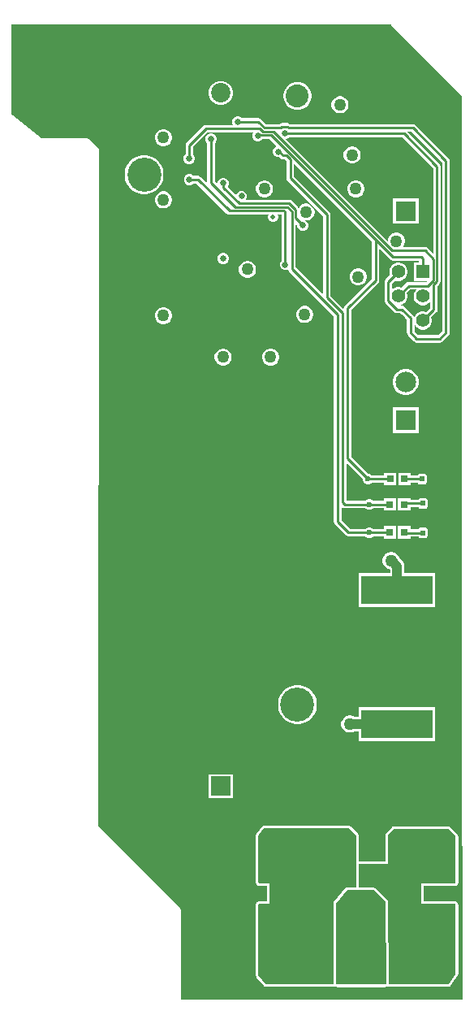
<source format=gbr>
G04*
G04 #@! TF.GenerationSoftware,Altium Limited,Altium Designer,23.10.1 (27)*
G04*
G04 Layer_Physical_Order=1*
G04 Layer_Color=255*
%FSLAX42Y42*%
%MOMM*%
G71*
G04*
G04 #@! TF.SameCoordinates,D788F153-7B32-47A3-9728-DC68925F5BF0*
G04*
G04*
G04 #@! TF.FilePolarity,Positive*
G04*
G01*
G75*
%ADD16C,0.25*%
%ADD18R,7.45X3.00*%
G04:AMPARAMS|DCode=19|XSize=0.55mm|YSize=0.5mm|CornerRadius=0.06mm|HoleSize=0mm|Usage=FLASHONLY|Rotation=90.000|XOffset=0mm|YOffset=0mm|HoleType=Round|Shape=RoundedRectangle|*
%AMROUNDEDRECTD19*
21,1,0.55,0.38,0,0,90.0*
21,1,0.43,0.50,0,0,90.0*
1,1,0.13,0.19,0.21*
1,1,0.13,0.19,-0.21*
1,1,0.13,-0.19,-0.21*
1,1,0.13,-0.19,0.21*
%
%ADD19ROUNDEDRECTD19*%
%ADD20R,1.27X2.54*%
%ADD21R,3.43X1.65*%
%ADD22R,0.80X0.80*%
%ADD32R,2.02X2.02*%
%ADD33C,2.02*%
%ADD34C,3.55*%
%ADD35C,2.39*%
%ADD39C,0.60*%
%ADD40C,0.99*%
%ADD41R,2.15X2.15*%
%ADD42C,2.15*%
%ADD43C,1.40*%
%ADD44C,5.00*%
%ADD45R,1.40X1.40*%
%ADD46C,0.50*%
%ADD47C,0.64*%
%ADD48C,1.27*%
%ADD49C,0.51*%
G36*
X1284Y4587D02*
X1290Y4579D01*
X2019Y3850D01*
Y3835D01*
Y-3416D01*
X2019Y-3416D01*
X2019Y-3417D01*
X2032Y-4498D01*
Y-5563D01*
X-914D01*
Y-4623D01*
X-916Y-4613D01*
X-921Y-4604D01*
X-1777Y-3749D01*
X-1764Y3287D01*
X-1764Y3287D01*
X-1764Y3287D01*
X-1765Y3292D01*
X-1766Y3297D01*
X-1766Y3297D01*
X-1766Y3297D01*
X-1769Y3301D01*
X-1772Y3306D01*
X-1772Y3306D01*
X-1772Y3306D01*
X-1873Y3407D01*
X-1882Y3413D01*
X-1892Y3415D01*
X-2365D01*
X-2664Y3652D01*
X-2667Y3654D01*
X-2670Y3656D01*
X-2671Y3656D01*
X-2673Y3657D01*
X-2676Y3657D01*
X-2680Y3658D01*
Y4597D01*
X1282D01*
X1284Y4587D01*
D02*
G37*
%LPC*%
G36*
X-479Y4008D02*
X-512D01*
X-544Y4000D01*
X-573Y3983D01*
X-596Y3960D01*
X-613Y3931D01*
X-622Y3899D01*
Y3865D01*
X-613Y3833D01*
X-596Y3804D01*
X-573Y3781D01*
X-544Y3764D01*
X-512Y3756D01*
X-479D01*
X-447Y3764D01*
X-418Y3781D01*
X-394Y3804D01*
X-378Y3833D01*
X-369Y3865D01*
Y3899D01*
X-378Y3931D01*
X-394Y3960D01*
X-418Y3983D01*
X-447Y4000D01*
X-479Y4008D01*
D02*
G37*
G36*
X324Y3996D02*
X286D01*
X249Y3986D01*
X216Y3967D01*
X189Y3940D01*
X170Y3907D01*
X160Y3870D01*
Y3832D01*
X170Y3795D01*
X189Y3762D01*
X216Y3735D01*
X249Y3716D01*
X286Y3706D01*
X324D01*
X361Y3716D01*
X394Y3735D01*
X421Y3762D01*
X440Y3795D01*
X450Y3832D01*
Y3870D01*
X440Y3907D01*
X421Y3940D01*
X394Y3967D01*
X361Y3986D01*
X324Y3996D01*
D02*
G37*
G36*
X761Y3848D02*
X738D01*
X715Y3842D01*
X695Y3830D01*
X678Y3814D01*
X666Y3794D01*
X660Y3771D01*
Y3747D01*
X666Y3725D01*
X678Y3705D01*
X695Y3688D01*
X715Y3676D01*
X738Y3670D01*
X761D01*
X784Y3676D01*
X804Y3688D01*
X820Y3705D01*
X832Y3725D01*
X838Y3747D01*
Y3771D01*
X832Y3794D01*
X820Y3814D01*
X804Y3830D01*
X784Y3842D01*
X761Y3848D01*
D02*
G37*
G36*
X-1080Y3505D02*
X-1104D01*
X-1127Y3499D01*
X-1147Y3487D01*
X-1163Y3471D01*
X-1175Y3451D01*
X-1181Y3428D01*
Y3405D01*
X-1175Y3382D01*
X-1163Y3362D01*
X-1147Y3345D01*
X-1127Y3333D01*
X-1104Y3327D01*
X-1080D01*
X-1058Y3333D01*
X-1038Y3345D01*
X-1021Y3362D01*
X-1009Y3382D01*
X-1003Y3405D01*
Y3428D01*
X-1009Y3451D01*
X-1021Y3471D01*
X-1038Y3487D01*
X-1058Y3499D01*
X-1080Y3505D01*
D02*
G37*
G36*
X-1275Y3234D02*
X-1315D01*
X-1354Y3226D01*
X-1391Y3211D01*
X-1425Y3189D01*
X-1453Y3160D01*
X-1475Y3127D01*
X-1490Y3090D01*
X-1498Y3051D01*
Y3011D01*
X-1490Y2972D01*
X-1475Y2935D01*
X-1453Y2902D01*
X-1425Y2873D01*
X-1391Y2851D01*
X-1354Y2836D01*
X-1315Y2828D01*
X-1275D01*
X-1236Y2836D01*
X-1199Y2851D01*
X-1166Y2873D01*
X-1138Y2902D01*
X-1115Y2935D01*
X-1100Y2972D01*
X-1092Y3011D01*
Y3051D01*
X-1100Y3090D01*
X-1115Y3127D01*
X-1138Y3160D01*
X-1166Y3189D01*
X-1199Y3211D01*
X-1236Y3226D01*
X-1275Y3234D01*
D02*
G37*
G36*
X-26Y2972D02*
X-50D01*
X-72Y2966D01*
X-93Y2954D01*
X-109Y2937D01*
X-121Y2917D01*
X-127Y2895D01*
Y2871D01*
X-121Y2849D01*
X-109Y2828D01*
X-93Y2812D01*
X-72Y2800D01*
X-50Y2794D01*
X-26D01*
X-4Y2800D01*
X16Y2812D01*
X33Y2828D01*
X45Y2849D01*
X51Y2871D01*
Y2895D01*
X45Y2917D01*
X33Y2937D01*
X16Y2954D01*
X-4Y2966D01*
X-26Y2972D01*
D02*
G37*
G36*
X-1080Y2858D02*
X-1104D01*
X-1127Y2851D01*
X-1147Y2840D01*
X-1163Y2823D01*
X-1175Y2803D01*
X-1181Y2780D01*
Y2757D01*
X-1175Y2734D01*
X-1163Y2714D01*
X-1147Y2697D01*
X-1127Y2686D01*
X-1104Y2680D01*
X-1080D01*
X-1058Y2686D01*
X-1038Y2697D01*
X-1021Y2714D01*
X-1009Y2734D01*
X-1003Y2757D01*
Y2780D01*
X-1009Y2803D01*
X-1021Y2823D01*
X-1038Y2840D01*
X-1058Y2851D01*
X-1080Y2858D01*
D02*
G37*
G36*
X-306Y3639D02*
X-329D01*
X-350Y3630D01*
X-366Y3614D01*
X-375Y3593D01*
Y3570D01*
X-367Y3550D01*
X-651D01*
X-666Y3547D01*
X-679Y3539D01*
X-851Y3367D01*
X-859Y3354D01*
X-862Y3339D01*
Y3242D01*
X-872Y3233D01*
X-881Y3212D01*
Y3189D01*
X-872Y3168D01*
X-856Y3152D01*
X-835Y3143D01*
X-812D01*
X-791Y3152D01*
X-775Y3168D01*
X-766Y3189D01*
Y3212D01*
X-775Y3233D01*
X-785Y3242D01*
Y3323D01*
X-635Y3473D01*
X-154D01*
X-158Y3469D01*
X-166Y3448D01*
Y3425D01*
X-158Y3404D01*
X-142Y3388D01*
X-121Y3379D01*
X-98D01*
X-77Y3388D01*
X-62Y3403D01*
X15D01*
X90Y3328D01*
X71Y3320D01*
X55Y3304D01*
X46Y3283D01*
Y3260D01*
X55Y3239D01*
X71Y3223D01*
X92Y3214D01*
X114D01*
X115Y3215D01*
X128Y3202D01*
X140Y3194D01*
X155Y3191D01*
X174D01*
X190Y3175D01*
Y2997D01*
X193Y2982D01*
X201Y2970D01*
X571Y2600D01*
Y1783D01*
X286Y2067D01*
Y2522D01*
X305Y2504D01*
Y2491D01*
X314Y2470D01*
X330Y2453D01*
X351Y2445D01*
X373D01*
X394Y2453D01*
X410Y2470D01*
X419Y2491D01*
Y2513D01*
X410Y2534D01*
X394Y2550D01*
X389Y2553D01*
X405D01*
X428Y2559D01*
X448Y2570D01*
X465Y2587D01*
X477Y2607D01*
X483Y2630D01*
Y2653D01*
X477Y2676D01*
X465Y2696D01*
X448Y2713D01*
X428Y2724D01*
X405Y2731D01*
X382D01*
X359Y2724D01*
X339Y2713D01*
X323Y2696D01*
X317Y2686D01*
X313Y2691D01*
X246Y2758D01*
X234Y2766D01*
X219Y2769D01*
X-236D01*
X-231Y2774D01*
X-222Y2795D01*
Y2818D01*
X-231Y2839D01*
X-247Y2855D01*
X-268Y2864D01*
X-291D01*
X-312Y2855D01*
X-328Y2839D01*
X-336Y2820D01*
X-423Y2906D01*
X-420Y2909D01*
X-411Y2930D01*
Y2953D01*
X-420Y2974D01*
X-436Y2990D01*
X-457Y2999D01*
X-480D01*
X-501Y2990D01*
X-517Y2974D01*
X-525Y2953D01*
Y2930D01*
X-525Y2929D01*
X-558Y2962D01*
Y3362D01*
X-548Y3371D01*
X-540Y3392D01*
Y3415D01*
X-548Y3436D01*
X-565Y3452D01*
X-586Y3461D01*
X-608D01*
X-629Y3452D01*
X-645Y3436D01*
X-654Y3415D01*
Y3392D01*
X-645Y3371D01*
X-636Y3362D01*
Y2946D01*
X-634Y2937D01*
X-703Y3006D01*
X-716Y3015D01*
X-731Y3018D01*
X-781D01*
X-790Y3027D01*
X-811Y3036D01*
X-834D01*
X-855Y3027D01*
X-871Y3011D01*
X-880Y2990D01*
Y2968D01*
X-871Y2946D01*
X-855Y2930D01*
X-834Y2922D01*
X-811D01*
X-790Y2930D01*
X-781Y2940D01*
X-747D01*
X-434Y2627D01*
X-421Y2618D01*
X-406Y2615D01*
X6D01*
X0Y2601D01*
Y2581D01*
X8Y2562D01*
X22Y2548D01*
X41Y2540D01*
X61D01*
X80Y2548D01*
X94Y2562D01*
X102Y2581D01*
Y2601D01*
X96Y2615D01*
X139D01*
Y2137D01*
X129Y2128D01*
X121Y2107D01*
Y2084D01*
X129Y2063D01*
X145Y2047D01*
X166Y2038D01*
X189D01*
X210Y2047D01*
X211Y2038D01*
X212Y2036D01*
X220Y2024D01*
X685Y1559D01*
Y-584D01*
X688Y-599D01*
X696Y-612D01*
X808Y-724D01*
X821Y-732D01*
X836Y-735D01*
X1015D01*
X1023Y-743D01*
X1043Y-751D01*
X1065D01*
X1085Y-743D01*
X1094Y-735D01*
X1204D01*
Y-761D01*
X1335D01*
Y-631D01*
X1204D01*
Y-657D01*
X1094D01*
X1085Y-649D01*
X1065Y-641D01*
X1043D01*
X1023Y-649D01*
X1015Y-657D01*
X852D01*
X763Y-568D01*
Y-424D01*
X771Y-432D01*
X783Y-440D01*
X798Y-443D01*
X1015D01*
X1023Y-451D01*
X1043Y-460D01*
X1065D01*
X1085Y-451D01*
X1094Y-443D01*
X1204D01*
Y-470D01*
X1335D01*
Y-339D01*
X1204D01*
Y-366D01*
X1094D01*
X1085Y-358D01*
X1065Y-349D01*
X1043D01*
X1023Y-358D01*
X1015Y-366D01*
X814D01*
X814Y-365D01*
Y33D01*
X986Y-139D01*
Y-151D01*
X994Y-171D01*
X1010Y-187D01*
X1030Y-195D01*
X1052D01*
X1073Y-187D01*
X1081Y-179D01*
X1206D01*
Y-205D01*
X1337D01*
Y-74D01*
X1206D01*
Y-101D01*
X1081D01*
X1073Y-93D01*
X1052Y-84D01*
X1041D01*
X864Y92D01*
Y1622D01*
X1145Y1903D01*
X1153Y1916D01*
X1156Y1930D01*
Y2262D01*
X1271Y2147D01*
X1284Y2139D01*
X1286Y2138D01*
X1298Y2136D01*
X1574D01*
Y2115D01*
X1518D01*
Y1924D01*
X1656D01*
X1644Y1912D01*
X1467D01*
X1452Y1909D01*
X1439Y1901D01*
X1393Y1855D01*
X1371Y1861D01*
X1346D01*
X1322Y1854D01*
X1300Y1842D01*
X1290Y1831D01*
Y1895D01*
X1324Y1930D01*
X1346Y1924D01*
X1371D01*
X1396Y1931D01*
X1417Y1943D01*
X1435Y1961D01*
X1448Y1983D01*
X1454Y2007D01*
Y2032D01*
X1448Y2056D01*
X1435Y2078D01*
X1417Y2096D01*
X1396Y2108D01*
X1371Y2115D01*
X1346D01*
X1322Y2108D01*
X1300Y2096D01*
X1283Y2078D01*
X1270Y2056D01*
X1264Y2032D01*
Y2007D01*
X1270Y1985D01*
X1223Y1939D01*
X1215Y1926D01*
X1212Y1911D01*
Y1721D01*
X1215Y1706D01*
X1223Y1693D01*
X1315Y1601D01*
X1328Y1593D01*
X1343Y1590D01*
X1378D01*
X1447Y1521D01*
Y1384D01*
X1450Y1369D01*
X1458Y1357D01*
X1522Y1293D01*
X1535Y1285D01*
X1537Y1284D01*
X1549Y1282D01*
X1791D01*
X1806Y1285D01*
X1818Y1293D01*
X1882Y1357D01*
X1890Y1369D01*
X1891Y1372D01*
X1893Y1384D01*
Y3175D01*
X1890Y3190D01*
X1882Y3202D01*
X1539Y3545D01*
X1526Y3554D01*
X1511Y3557D01*
X229D01*
X228Y3558D01*
X215Y3567D01*
X201Y3570D01*
X143D01*
X128Y3567D01*
X115Y3558D01*
X114Y3557D01*
X-22D01*
X-74Y3609D01*
X-87Y3617D01*
X-102Y3620D01*
X-276D01*
X-285Y3630D01*
X-306Y3639D01*
D02*
G37*
G36*
X-459Y2216D02*
X-481D01*
X-502Y2207D01*
X-518Y2191D01*
X-527Y2170D01*
Y2148D01*
X-518Y2127D01*
X-502Y2111D01*
X-481Y2102D01*
X-459D01*
X-438Y2111D01*
X-421Y2127D01*
X-413Y2148D01*
Y2170D01*
X-421Y2191D01*
X-438Y2207D01*
X-459Y2216D01*
D02*
G37*
G36*
X-204Y2134D02*
X-228D01*
X-250Y2128D01*
X-270Y2116D01*
X-287Y2099D01*
X-299Y2079D01*
X-305Y2056D01*
Y2033D01*
X-299Y2010D01*
X-287Y1990D01*
X-270Y1974D01*
X-250Y1962D01*
X-228Y1956D01*
X-204D01*
X-182Y1962D01*
X-161Y1974D01*
X-145Y1990D01*
X-133Y2010D01*
X-127Y2033D01*
Y2056D01*
X-133Y2079D01*
X-145Y2099D01*
X-161Y2116D01*
X-182Y2128D01*
X-204Y2134D01*
D02*
G37*
G36*
X393Y1664D02*
X369D01*
X347Y1658D01*
X326Y1646D01*
X310Y1629D01*
X298Y1609D01*
X292Y1587D01*
Y1563D01*
X298Y1540D01*
X310Y1520D01*
X326Y1504D01*
X347Y1492D01*
X369Y1486D01*
X393D01*
X415Y1492D01*
X436Y1504D01*
X452Y1520D01*
X464Y1540D01*
X470Y1563D01*
Y1587D01*
X464Y1609D01*
X452Y1629D01*
X436Y1646D01*
X415Y1658D01*
X393Y1664D01*
D02*
G37*
G36*
X-1080Y1651D02*
X-1104D01*
X-1127Y1645D01*
X-1147Y1633D01*
X-1163Y1617D01*
X-1175Y1596D01*
X-1181Y1574D01*
Y1550D01*
X-1175Y1528D01*
X-1163Y1508D01*
X-1147Y1491D01*
X-1127Y1479D01*
X-1104Y1473D01*
X-1080D01*
X-1058Y1479D01*
X-1038Y1491D01*
X-1021Y1508D01*
X-1009Y1528D01*
X-1003Y1550D01*
Y1574D01*
X-1009Y1596D01*
X-1021Y1617D01*
X-1038Y1633D01*
X-1058Y1645D01*
X-1080Y1651D01*
D02*
G37*
G36*
X37Y1219D02*
X14D01*
X-9Y1213D01*
X-29Y1201D01*
X-46Y1185D01*
X-57Y1165D01*
X-63Y1142D01*
Y1119D01*
X-57Y1096D01*
X-46Y1076D01*
X-29Y1059D01*
X-9Y1047D01*
X14Y1041D01*
X37D01*
X60Y1047D01*
X80Y1059D01*
X97Y1076D01*
X108Y1096D01*
X114Y1119D01*
Y1142D01*
X108Y1165D01*
X97Y1185D01*
X80Y1201D01*
X60Y1213D01*
X37Y1219D01*
D02*
G37*
G36*
X-458D02*
X-482D01*
X-504Y1213D01*
X-524Y1201D01*
X-541Y1185D01*
X-553Y1165D01*
X-559Y1142D01*
Y1119D01*
X-553Y1096D01*
X-541Y1076D01*
X-524Y1059D01*
X-504Y1047D01*
X-482Y1041D01*
X-458D01*
X-436Y1047D01*
X-415Y1059D01*
X-399Y1076D01*
X-387Y1096D01*
X-381Y1119D01*
Y1142D01*
X-387Y1165D01*
X-399Y1185D01*
X-415Y1201D01*
X-436Y1213D01*
X-458Y1219D01*
D02*
G37*
G36*
X1452Y1004D02*
X1417D01*
X1384Y995D01*
X1353Y977D01*
X1328Y953D01*
X1311Y922D01*
X1302Y889D01*
Y854D01*
X1311Y820D01*
X1328Y789D01*
X1353Y765D01*
X1384Y747D01*
X1417Y738D01*
X1452D01*
X1486Y747D01*
X1516Y765D01*
X1541Y789D01*
X1559Y820D01*
X1568Y854D01*
Y889D01*
X1559Y922D01*
X1541Y953D01*
X1516Y977D01*
X1486Y995D01*
X1452Y1004D01*
D02*
G37*
G36*
X1568Y608D02*
X1302D01*
Y342D01*
X1568D01*
Y608D01*
D02*
G37*
G36*
X1487Y-74D02*
X1356D01*
Y-205D01*
X1487D01*
Y-179D01*
X1561D01*
X1564Y-184D01*
X1575Y-191D01*
X1587Y-193D01*
X1625D01*
X1637Y-191D01*
X1648Y-184D01*
X1655Y-173D01*
X1657Y-161D01*
Y-118D01*
X1655Y-106D01*
X1648Y-96D01*
X1637Y-89D01*
X1625Y-86D01*
X1587D01*
X1575Y-89D01*
X1564Y-96D01*
X1561Y-101D01*
X1487D01*
Y-74D01*
D02*
G37*
G36*
X1485Y-339D02*
X1354D01*
Y-470D01*
X1485D01*
Y-433D01*
X1568D01*
X1571Y-438D01*
X1582Y-445D01*
X1594Y-447D01*
X1632D01*
X1644Y-445D01*
X1654Y-438D01*
X1661Y-427D01*
X1664Y-415D01*
Y-372D01*
X1661Y-360D01*
X1654Y-350D01*
X1644Y-343D01*
X1632Y-340D01*
X1594D01*
X1582Y-343D01*
X1571Y-350D01*
X1568Y-355D01*
X1485D01*
Y-339D01*
D02*
G37*
G36*
X1485Y-631D02*
X1354D01*
Y-761D01*
X1485D01*
Y-737D01*
X1568D01*
X1571Y-743D01*
X1582Y-750D01*
X1594Y-752D01*
X1632D01*
X1644Y-750D01*
X1654Y-743D01*
X1661Y-732D01*
X1664Y-720D01*
Y-677D01*
X1661Y-665D01*
X1654Y-654D01*
X1644Y-647D01*
X1632Y-645D01*
X1594D01*
X1582Y-647D01*
X1571Y-654D01*
X1568Y-660D01*
X1485D01*
Y-631D01*
D02*
G37*
G36*
X1294Y-902D02*
X1271D01*
X1248Y-908D01*
X1228Y-919D01*
X1212Y-936D01*
X1200Y-956D01*
X1194Y-979D01*
Y-1002D01*
X1200Y-1025D01*
X1212Y-1045D01*
X1228Y-1062D01*
X1248Y-1073D01*
X1270Y-1079D01*
X1271Y-1080D01*
Y-1120D01*
X948D01*
Y-1471D01*
X1744D01*
Y-1120D01*
X1422D01*
Y-1049D01*
X1419Y-1029D01*
X1412Y-1011D01*
X1400Y-995D01*
X1367Y-963D01*
X1366Y-956D01*
X1354Y-936D01*
X1337Y-919D01*
X1317Y-908D01*
X1294Y-902D01*
D02*
G37*
G36*
X1744Y-2517D02*
X948D01*
Y-2617D01*
X898D01*
X885Y-2610D01*
X863Y-2603D01*
X839D01*
X817Y-2610D01*
X796Y-2621D01*
X780Y-2638D01*
X768Y-2658D01*
X762Y-2681D01*
Y-2704D01*
X768Y-2727D01*
X780Y-2747D01*
X796Y-2764D01*
X817Y-2775D01*
X839Y-2781D01*
X863D01*
X885Y-2775D01*
X898Y-2768D01*
X948D01*
Y-2868D01*
X1744D01*
Y-2517D01*
D02*
G37*
G36*
X325Y-2286D02*
X285D01*
X246Y-2294D01*
X209Y-2309D01*
X175Y-2331D01*
X147Y-2360D01*
X125Y-2393D01*
X110Y-2430D01*
X102Y-2469D01*
Y-2509D01*
X110Y-2548D01*
X125Y-2585D01*
X147Y-2618D01*
X175Y-2647D01*
X209Y-2669D01*
X246Y-2684D01*
X285Y-2692D01*
X325D01*
X364Y-2684D01*
X401Y-2669D01*
X434Y-2647D01*
X462Y-2618D01*
X485Y-2585D01*
X500Y-2548D01*
X508Y-2509D01*
Y-2469D01*
X500Y-2430D01*
X485Y-2393D01*
X462Y-2360D01*
X434Y-2331D01*
X401Y-2309D01*
X364Y-2294D01*
X325Y-2286D01*
D02*
G37*
G36*
X-369Y-3214D02*
X-622D01*
Y-3467D01*
X-369D01*
Y-3214D01*
D02*
G37*
G36*
X842Y-3752D02*
X-41D01*
X-41Y-3752D01*
X-41Y-3752D01*
X-41D01*
X-43Y-3753D01*
X-43Y-3753D01*
X-43Y-3753D01*
X-43Y-3753D01*
X-44Y-3752D01*
X-44Y-3752D01*
X-45Y-3753D01*
X-45Y-3753D01*
X-47Y-3753D01*
X-49Y-3753D01*
X-49Y-3754D01*
X-50Y-3754D01*
X-53Y-3755D01*
X-53Y-3755D01*
X-53Y-3755D01*
X-53Y-3755D01*
X-54Y-3755D01*
X-55Y-3756D01*
X-55Y-3756D01*
X-55Y-3756D01*
X-55Y-3756D01*
X-57Y-3757D01*
X-58Y-3758D01*
X-59Y-3758D01*
X-60Y-3759D01*
X-62Y-3760D01*
X-62Y-3761D01*
X-63Y-3761D01*
X-63Y-3761D01*
X-63Y-3762D01*
X-64Y-3763D01*
X-92Y-3797D01*
X-92Y-3797D01*
X-119Y-3828D01*
X-119Y-3828D01*
X-119Y-3828D01*
X-119Y-3829D01*
Y-3829D01*
X-120Y-3830D01*
X-120Y-3831D01*
X-120Y-3831D01*
X-121Y-3831D01*
X-122Y-3832D01*
X-123Y-3834D01*
X-123Y-3835D01*
X-124Y-3836D01*
X-125Y-3838D01*
X-125Y-3838D01*
X-125Y-3838D01*
X-125Y-3839D01*
X-125Y-3839D01*
X-126Y-3840D01*
X-126Y-3840D01*
X-126Y-3840D01*
X-126Y-3841D01*
X-126Y-3843D01*
X-127Y-3844D01*
X-127Y-3846D01*
Y-3847D01*
X-127Y-3848D01*
Y-3849D01*
X-127Y-3851D01*
Y-4345D01*
Y-4348D01*
X-127Y-4350D01*
X-127Y-4353D01*
X-127Y-4353D01*
X-127Y-4354D01*
X-127Y-4354D01*
X-126Y-4356D01*
X-126Y-4358D01*
X-125Y-4358D01*
X-125Y-4358D01*
X-125Y-4359D01*
X-124Y-4361D01*
X-123Y-4362D01*
X-123Y-4362D01*
X-123Y-4363D01*
X-122Y-4363D01*
X-122Y-4364D01*
X-121Y-4364D01*
X-119Y-4368D01*
X-119Y-4368D01*
X-119Y-4368D01*
X-115Y-4370D01*
X-114Y-4371D01*
X-114Y-4372D01*
X-113Y-4372D01*
X-113Y-4372D01*
X-111Y-4373D01*
X-111Y-4373D01*
X-111Y-4373D01*
X-111D01*
X-109Y-4374D01*
X-109Y-4374D01*
X-109Y-4374D01*
X-106Y-4375D01*
X-104Y-4376D01*
X-102Y-4376D01*
X-99Y-4376D01*
X-12D01*
Y-4540D01*
X-99D01*
X-102Y-4541D01*
X-104Y-4541D01*
X-105Y-4541D01*
X-105Y-4541D01*
X-105Y-4541D01*
X-107Y-4542D01*
X-109Y-4542D01*
X-109Y-4542D01*
X-109Y-4542D01*
X-111Y-4543D01*
X-113Y-4544D01*
X-113Y-4544D01*
X-114Y-4545D01*
X-114Y-4545D01*
X-114Y-4545D01*
X-115Y-4546D01*
X-116Y-4546D01*
X-119Y-4548D01*
X-119Y-4548D01*
X-119Y-4548D01*
X-122Y-4553D01*
X-122Y-4553D01*
X-123Y-4554D01*
X-123Y-4554D01*
X-124Y-4555D01*
X-125Y-4557D01*
X-125Y-4557D01*
X-125Y-4557D01*
Y-4557D01*
X-125Y-4558D01*
X-125Y-4558D01*
X-126Y-4559D01*
X-126Y-4561D01*
X-127Y-4564D01*
X-127Y-4566D01*
X-127Y-4569D01*
Y-5311D01*
Y-5312D01*
X-127Y-5314D01*
Y-5315D01*
X-127Y-5316D01*
Y-5317D01*
X-127Y-5319D01*
X-126Y-5320D01*
X-126Y-5323D01*
X-126Y-5323D01*
X-126Y-5323D01*
X-126Y-5323D01*
X-125Y-5324D01*
X-125Y-5325D01*
X-125Y-5325D01*
X-125Y-5325D01*
X-125Y-5325D01*
X-124Y-5326D01*
X-124Y-5327D01*
X-124Y-5327D01*
X-123Y-5328D01*
X-123Y-5328D01*
X-123Y-5330D01*
X-121Y-5331D01*
X-121Y-5332D01*
X-120Y-5332D01*
X-120Y-5334D01*
X-119Y-5335D01*
X-119Y-5335D01*
X-46Y-5419D01*
X-46Y-5419D01*
X-46Y-5419D01*
X-45Y-5420D01*
X-45Y-5421D01*
X-44Y-5421D01*
D01*
X-44Y-5421D01*
X-44Y-5422D01*
X-42Y-5423D01*
X-41Y-5424D01*
X-41Y-5424D01*
X-41Y-5424D01*
X-41Y-5424D01*
X-40Y-5424D01*
X-40Y-5424D01*
X-40Y-5424D01*
X-40Y-5424D01*
X-40Y-5425D01*
X-40Y-5425D01*
X-40Y-5425D01*
X-39Y-5425D01*
X-37Y-5427D01*
X-37Y-5427D01*
X-37Y-5427D01*
X-37Y-5427D01*
X-36Y-5427D01*
X-35Y-5427D01*
X-35Y-5427D01*
X-35Y-5427D01*
X-35Y-5428D01*
X-32Y-5428D01*
X-31Y-5429D01*
X-31Y-5429D01*
X-29Y-5429D01*
X-27Y-5429D01*
X-26Y-5429D01*
X-26Y-5429D01*
X-25Y-5429D01*
X-25Y-5429D01*
X-24Y-5430D01*
X677D01*
X678Y-5430D01*
X679Y-5430D01*
X680Y-5429D01*
X682Y-5429D01*
X682Y-5429D01*
X682Y-5429D01*
X682D01*
X685Y-5429D01*
X687Y-5428D01*
X689Y-5427D01*
X691Y-5426D01*
X692Y-5425D01*
X693Y-5426D01*
X695Y-5427D01*
X698Y-5428D01*
X701Y-5429D01*
X713Y-5431D01*
X715Y-5431D01*
X718Y-5432D01*
X1220D01*
X1223Y-5431D01*
X1226Y-5431D01*
X1228Y-5431D01*
X1229Y-5430D01*
X1230Y-5430D01*
X1234Y-5428D01*
X1237Y-5427D01*
X1238Y-5426D01*
X1239Y-5425D01*
X1243Y-5422D01*
X1243Y-5422D01*
X1243Y-5422D01*
X1244Y-5421D01*
X1244Y-5421D01*
X1245Y-5420D01*
X1246Y-5420D01*
X1246Y-5420D01*
X1255Y-5425D01*
X1255Y-5426D01*
X1255Y-5426D01*
X1257Y-5426D01*
X1259Y-5428D01*
X1259Y-5428D01*
X1262Y-5428D01*
X1265Y-5429D01*
X1265Y-5429D01*
X1267Y-5429D01*
X1269Y-5430D01*
X1269Y-5430D01*
X1270Y-5430D01*
X1879D01*
X1879Y-5430D01*
X1880Y-5430D01*
X1881Y-5429D01*
X1883Y-5429D01*
X1884Y-5429D01*
X1887Y-5428D01*
X1889Y-5428D01*
X1891Y-5427D01*
X1893Y-5426D01*
X1895Y-5424D01*
X1898Y-5422D01*
X1898Y-5422D01*
X1900Y-5420D01*
X1901Y-5419D01*
X1901Y-5419D01*
X1901Y-5418D01*
X1975Y-5313D01*
X1976Y-5313D01*
X1976Y-5313D01*
X1977Y-5311D01*
X1977Y-5311D01*
X1977Y-5311D01*
X1978Y-5309D01*
X1978Y-5309D01*
X1978Y-5309D01*
X1978Y-5308D01*
X1978Y-5308D01*
X1980Y-5306D01*
X1980Y-5306D01*
X1980Y-5306D01*
X1980Y-5306D01*
X1980Y-5304D01*
X1981Y-5302D01*
X1981Y-5302D01*
X1981Y-5302D01*
X1981Y-5301D01*
X1981Y-5299D01*
X1981Y-5299D01*
X1981Y-5298D01*
Y-5298D01*
X1982Y-5296D01*
X1982Y-5296D01*
X1982Y-5296D01*
Y-5294D01*
D01*
X1982Y-5293D01*
Y-4569D01*
X1981Y-4566D01*
Y-4563D01*
X1981Y-4561D01*
X1980Y-4559D01*
X1980Y-4559D01*
X1980Y-4558D01*
X1977Y-4552D01*
X1970Y-4545D01*
X1963Y-4542D01*
X1963Y-4542D01*
X1963Y-4542D01*
X1960Y-4541D01*
X1958Y-4541D01*
X1956D01*
X1953Y-4540D01*
X1623D01*
Y-4376D01*
X1953D01*
X1956Y-4376D01*
X1958D01*
X1960Y-4375D01*
X1963Y-4374D01*
X1963Y-4374D01*
X1963Y-4374D01*
X1970Y-4371D01*
X1977Y-4364D01*
X1980Y-4358D01*
X1980Y-4358D01*
X1980Y-4357D01*
X1981Y-4355D01*
X1981Y-4353D01*
Y-4350D01*
X1982Y-4348D01*
Y-3866D01*
X1982Y-3866D01*
X1982Y-3863D01*
X1981Y-3861D01*
X1981Y-3858D01*
X1980Y-3856D01*
X1980Y-3856D01*
X1980Y-3855D01*
X1980Y-3855D01*
X1980Y-3853D01*
X1980Y-3853D01*
X1980Y-3853D01*
X1979Y-3851D01*
X1978Y-3849D01*
D01*
X1978Y-3849D01*
X1977Y-3847D01*
X1976Y-3845D01*
X1974Y-3843D01*
X1972Y-3841D01*
X1971Y-3839D01*
X1971Y-3839D01*
X1971Y-3839D01*
X1900Y-3768D01*
X1898Y-3767D01*
X1896Y-3765D01*
X1893Y-3764D01*
X1891Y-3762D01*
X1891Y-3762D01*
D01*
X1888Y-3761D01*
X1887Y-3761D01*
X1887Y-3761D01*
X1887Y-3761D01*
X1884Y-3760D01*
X1882Y-3759D01*
X1880Y-3759D01*
X1877Y-3759D01*
X1310D01*
X1308Y-3759D01*
X1308Y-3759D01*
X1308Y-3759D01*
X1308Y-3759D01*
X1307Y-3759D01*
X1306Y-3759D01*
X1304Y-3759D01*
X1303Y-3760D01*
X1301Y-3760D01*
X1298Y-3761D01*
X1298Y-3761D01*
X1297Y-3762D01*
X1295Y-3763D01*
X1293Y-3764D01*
X1292Y-3765D01*
X1291Y-3766D01*
X1290Y-3767D01*
X1290Y-3767D01*
X1289Y-3767D01*
X1289Y-3768D01*
X1289Y-3768D01*
X1288Y-3769D01*
X1233Y-3829D01*
X1232Y-3830D01*
X1232Y-3831D01*
X1231Y-3831D01*
X1230Y-3833D01*
X1229Y-3835D01*
X1229Y-3836D01*
X1227Y-3838D01*
X1227Y-3839D01*
X1227Y-3840D01*
X1226Y-3842D01*
X1226Y-3844D01*
X1225Y-3846D01*
Y-3848D01*
X1225Y-3848D01*
Y-3849D01*
X1225Y-3851D01*
Y-4127D01*
X947D01*
Y-3860D01*
X947Y-3860D01*
X947Y-3857D01*
X946Y-3854D01*
X946Y-3852D01*
X945Y-3850D01*
X945Y-3849D01*
X945Y-3849D01*
X945Y-3849D01*
X945Y-3847D01*
X945Y-3847D01*
X945Y-3847D01*
X944Y-3845D01*
X943Y-3843D01*
D01*
X943Y-3843D01*
X941Y-3841D01*
X940Y-3838D01*
X939Y-3836D01*
X937Y-3834D01*
X935Y-3833D01*
X935Y-3833D01*
X935Y-3833D01*
X865Y-3762D01*
X863Y-3760D01*
X861Y-3759D01*
X858Y-3758D01*
X856Y-3756D01*
X856Y-3756D01*
D01*
X853Y-3755D01*
X852Y-3754D01*
X852Y-3754D01*
X852Y-3754D01*
X849Y-3754D01*
X847Y-3753D01*
X844Y-3753D01*
X842Y-3752D01*
D02*
G37*
%LPD*%
G36*
X1720Y3102D02*
Y2208D01*
X1662Y2266D01*
X1650Y2275D01*
X1635Y2278D01*
X1400D01*
X1408Y2286D01*
X1420Y2306D01*
X1426Y2329D01*
Y2352D01*
X1420Y2375D01*
X1408Y2395D01*
X1392Y2411D01*
X1371Y2423D01*
X1349Y2429D01*
X1325D01*
X1303Y2423D01*
X1282Y2411D01*
X1266Y2395D01*
X1254Y2375D01*
X1248Y2352D01*
Y2340D01*
X184Y3404D01*
X204Y3412D01*
X214Y3422D01*
X1400D01*
X1720Y3102D01*
D02*
G37*
G36*
X1079Y2340D02*
Y1946D01*
X798Y1666D01*
X790Y1653D01*
X787Y1638D01*
Y1634D01*
X648Y1772D01*
Y2616D01*
X645Y2631D01*
X637Y2644D01*
X267Y3013D01*
Y3151D01*
X1079Y2340D01*
D02*
G37*
G36*
X1537Y1824D02*
X1524Y1802D01*
X1518Y1778D01*
Y1753D01*
X1524Y1729D01*
X1537Y1707D01*
X1554Y1689D01*
X1576Y1677D01*
X1600Y1670D01*
X1625D01*
X1650Y1677D01*
X1671Y1689D01*
X1688Y1706D01*
Y1642D01*
X1647Y1601D01*
X1625Y1607D01*
X1600D01*
X1576Y1600D01*
X1554Y1588D01*
X1537Y1570D01*
X1524Y1548D01*
X1523Y1545D01*
X1522Y1552D01*
X1513Y1564D01*
X1422Y1656D01*
X1409Y1665D01*
X1394Y1668D01*
X1359D01*
X1356Y1670D01*
X1371D01*
X1396Y1677D01*
X1417Y1689D01*
X1435Y1707D01*
X1448Y1729D01*
X1454Y1753D01*
Y1778D01*
X1448Y1800D01*
X1483Y1834D01*
X1547D01*
X1537Y1824D01*
D02*
G37*
G36*
X1815Y3159D02*
Y1400D01*
X1775Y1360D01*
X1565D01*
X1525Y1400D01*
Y1473D01*
X1537Y1453D01*
X1554Y1435D01*
X1576Y1423D01*
X1600Y1416D01*
X1625D01*
X1650Y1423D01*
X1671Y1435D01*
X1689Y1453D01*
X1702Y1475D01*
X1708Y1499D01*
Y1524D01*
X1702Y1546D01*
X1755Y1598D01*
X1763Y1611D01*
X1766Y1626D01*
Y1870D01*
X1786Y1890D01*
X1795Y1903D01*
X1798Y1918D01*
Y3118D01*
X1795Y3133D01*
X1786Y3145D01*
X1453Y3479D01*
X1495D01*
X1815Y3159D01*
D02*
G37*
%LPC*%
G36*
X888Y3327D02*
X865D01*
X842Y3321D01*
X822Y3310D01*
X805Y3293D01*
X793Y3273D01*
X787Y3250D01*
Y3227D01*
X793Y3204D01*
X805Y3184D01*
X822Y3167D01*
X842Y3156D01*
X865Y3150D01*
X888D01*
X911Y3156D01*
X931Y3167D01*
X947Y3184D01*
X959Y3204D01*
X965Y3227D01*
Y3250D01*
X959Y3273D01*
X947Y3293D01*
X931Y3310D01*
X911Y3321D01*
X888Y3327D01*
D02*
G37*
G36*
X926Y2972D02*
X903D01*
X880Y2966D01*
X860Y2954D01*
X843Y2937D01*
X832Y2917D01*
X826Y2895D01*
Y2871D01*
X832Y2849D01*
X843Y2828D01*
X860Y2812D01*
X880Y2800D01*
X903Y2794D01*
X926D01*
X949Y2800D01*
X969Y2812D01*
X986Y2828D01*
X997Y2849D01*
X1003Y2871D01*
Y2895D01*
X997Y2917D01*
X986Y2937D01*
X969Y2954D01*
X949Y2966D01*
X926Y2972D01*
D02*
G37*
G36*
X1568Y2785D02*
X1302D01*
Y2519D01*
X1568D01*
Y2785D01*
D02*
G37*
G36*
X952Y2057D02*
X928D01*
X905Y2051D01*
X885Y2040D01*
X869Y2023D01*
X857Y2003D01*
X851Y1980D01*
Y1957D01*
X857Y1934D01*
X869Y1914D01*
X885Y1897D01*
X905Y1886D01*
X928Y1880D01*
X952D01*
X974Y1886D01*
X994Y1897D01*
X1011Y1914D01*
X1023Y1934D01*
X1029Y1957D01*
Y1980D01*
X1023Y2003D01*
X1011Y2023D01*
X994Y2040D01*
X974Y2051D01*
X952Y2057D01*
D02*
G37*
%LPD*%
G36*
X842Y-3778D02*
X843Y-3779D01*
X843Y-3779D01*
X843Y-3779D01*
X846Y-3780D01*
X846Y-3780D01*
X917Y-3851D01*
X919Y-3853D01*
X919Y-3853D01*
X920Y-3855D01*
X920Y-3855D01*
X920Y-3855D01*
X921Y-3857D01*
X921Y-3857D01*
X921Y-3860D01*
X921Y-3860D01*
Y-4127D01*
Y-4153D01*
Y-4395D01*
X918Y-4395D01*
X813D01*
X770Y-4446D01*
X686Y-4546D01*
X686Y-4546D01*
X679Y-4553D01*
Y-4562D01*
Y-5403D01*
Y-5403D01*
X677Y-5404D01*
X677Y-5404D01*
X677Y-5404D01*
X-24D01*
X-24Y-5404D01*
X-25Y-5404D01*
X-25Y-5403D01*
X-25Y-5403D01*
X-26Y-5403D01*
X-26Y-5403D01*
X-26Y-5403D01*
X-26Y-5403D01*
X-27Y-5402D01*
X-27Y-5402D01*
X-27Y-5402D01*
Y-5402D01*
X-99Y-5318D01*
X-99Y-5318D01*
X-100Y-5317D01*
X-101Y-5316D01*
X-101Y-5316D01*
X-101Y-5316D01*
X-101Y-5315D01*
X-101Y-5315D01*
X-101Y-5315D01*
Y-5314D01*
X-102Y-5312D01*
Y-5311D01*
Y-4569D01*
D01*
X-101Y-4568D01*
X-101Y-4567D01*
X-99Y-4566D01*
X-99Y-4566D01*
X-99Y-4566D01*
X14D01*
Y-4350D01*
X-99D01*
D01*
X-99Y-4350D01*
X-101Y-4349D01*
X-101Y-4348D01*
X-102Y-4348D01*
X-102Y-4348D01*
Y-4345D01*
Y-3851D01*
X-101Y-3849D01*
Y-3848D01*
X-101Y-3848D01*
X-101Y-3848D01*
X-101Y-3847D01*
X-100Y-3846D01*
X-99Y-3845D01*
X-99Y-3845D01*
D01*
X-72Y-3813D01*
X-72Y-3813D01*
X-72Y-3813D01*
X-44Y-3780D01*
X-44Y-3780D01*
X-44Y-3779D01*
X-43Y-3779D01*
X-43Y-3779D01*
X-43Y-3778D01*
X-42Y-3778D01*
X-41Y-3778D01*
X-41D01*
D01*
X-41Y-3778D01*
X842D01*
X842Y-3778D01*
D02*
G37*
G36*
X1877Y-3785D02*
X1878Y-3785D01*
X1878Y-3785D01*
X1878Y-3785D01*
X1881Y-3786D01*
X1881Y-3786D01*
X1952Y-3857D01*
X1954Y-3859D01*
X1954Y-3859D01*
X1955Y-3861D01*
X1955Y-3861D01*
X1955Y-3861D01*
X1956Y-3863D01*
X1956Y-3863D01*
X1956Y-3866D01*
X1956Y-3866D01*
Y-4348D01*
X1955Y-4350D01*
X1953Y-4350D01*
X1597D01*
Y-4376D01*
Y-4540D01*
Y-4566D01*
X1953D01*
X1955Y-4566D01*
X1956Y-4569D01*
Y-5293D01*
X1956Y-5294D01*
Y-5296D01*
X1956Y-5296D01*
X1956Y-5296D01*
X1954Y-5298D01*
X1954Y-5298D01*
X1880Y-5403D01*
X1880Y-5404D01*
X1879Y-5404D01*
X1270D01*
X1269Y-5404D01*
X1269Y-5404D01*
X1260Y-5398D01*
X1259Y-5398D01*
X1258Y-5397D01*
X1258Y-5397D01*
X1258Y-5396D01*
X1252Y-4547D01*
X1251Y-4545D01*
X1251Y-4542D01*
X1251Y-4540D01*
X1250Y-4538D01*
X1250Y-4537D01*
X1249Y-4537D01*
X1249Y-4535D01*
X1248Y-4533D01*
X1248Y-4533D01*
X1248Y-4533D01*
X1247Y-4531D01*
X1245Y-4529D01*
X1244Y-4527D01*
X1242Y-4525D01*
X1123Y-4406D01*
X1121Y-4405D01*
X1120Y-4403D01*
X1118Y-4402D01*
X1118Y-4402D01*
X1115Y-4401D01*
X1115Y-4401D01*
X1115Y-4401D01*
X1111Y-4399D01*
X1111Y-4399D01*
X1111Y-4399D01*
X1108Y-4398D01*
X1106Y-4397D01*
X1103D01*
X1101Y-4397D01*
X959D01*
X947Y-4395D01*
Y-4153D01*
X1251D01*
Y-3851D01*
X1251Y-3849D01*
Y-3848D01*
X1251Y-3848D01*
X1252Y-3846D01*
X1307Y-3786D01*
X1308Y-3785D01*
X1308Y-3785D01*
X1309Y-3785D01*
X1310Y-3785D01*
X1877D01*
X1877Y-3785D01*
D02*
G37*
G36*
X937Y-4421D02*
X947Y-4423D01*
X1101D01*
X1103Y-4423D01*
X1105Y-4424D01*
X1224Y-4543D01*
X1225Y-4545D01*
X1226Y-4548D01*
X1232Y-5397D01*
X1232Y-5397D01*
X1232Y-5397D01*
X1232Y-5398D01*
X1232Y-5398D01*
X1231Y-5398D01*
X1230Y-5400D01*
X1229Y-5400D01*
X1227Y-5401D01*
X1227Y-5401D01*
X1227Y-5401D01*
X1226Y-5402D01*
X1223Y-5405D01*
X1220Y-5406D01*
X718D01*
X705Y-5403D01*
Y-4562D01*
X825Y-4421D01*
X921D01*
X931Y-4419D01*
X933Y-4418D01*
X937Y-4421D01*
D02*
G37*
D16*
X-597Y2946D02*
Y3404D01*
Y2946D02*
X-343Y2692D01*
X836Y-696D02*
X1054D01*
X724Y-584D02*
X836Y-696D01*
X775Y-381D02*
X798Y-405D01*
X1054D01*
X1269D01*
X1054Y-696D02*
X1269D01*
X1430Y-394D02*
X1613D01*
X1419Y-405D02*
X1430Y-394D01*
X1422Y-699D02*
X1613D01*
X1419Y-696D02*
X1422Y-699D01*
X1121Y2353D02*
X1298Y2175D01*
X1118Y1930D02*
Y2350D01*
X1295Y2239D02*
X1635D01*
X32Y3442D02*
X1121Y2353D01*
X-104Y3442D02*
X32D01*
X54Y3480D02*
X1295Y2239D01*
X-38Y3518D02*
X130D01*
X-54Y3480D02*
X54D01*
X143Y3531D02*
X201D01*
X130Y3518D02*
X143Y3531D01*
X172Y3461D02*
X1416D01*
X201Y3531D02*
X213Y3518D01*
X1511D01*
X-823Y3339D02*
X-651Y3512D01*
X190Y3230D02*
X229Y3191D01*
Y2997D02*
Y3191D01*
X155Y3230D02*
X190D01*
X113Y3271D02*
X155Y3230D01*
X103Y3271D02*
X113D01*
X1298Y2175D02*
X1598D01*
X826Y76D02*
Y1638D01*
X1118Y1930D01*
X1613Y2019D02*
Y2160D01*
X1598Y2175D02*
X1613Y2160D01*
X1721Y1934D02*
Y2153D01*
X1635Y2239D02*
X1721Y2153D01*
X1759Y1918D02*
Y3118D01*
X1416Y3461D02*
X1759Y3118D01*
X-823Y3200D02*
Y3339D01*
X-86Y3512D02*
X-54Y3480D01*
X1660Y1873D02*
X1721Y1934D01*
X1467Y1873D02*
X1660D01*
X1359Y1765D02*
X1467Y1873D01*
X1394Y1629D02*
X1486Y1537D01*
X1251Y1721D02*
X1343Y1629D01*
X1486Y1384D02*
Y1537D01*
X1343Y1629D02*
X1394D01*
X-651Y3512D02*
X-86D01*
X1727Y1626D02*
Y1886D01*
X1251Y1721D02*
Y1911D01*
X-109Y3436D02*
X-104Y3442D01*
X1727Y1886D02*
X1759Y1918D01*
X1251Y1911D02*
X1359Y2019D01*
X-343Y2692D02*
X203D01*
X-467Y2895D02*
X-302Y2731D01*
X-468Y2942D02*
X-467Y2940D01*
Y2895D02*
Y2940D01*
X-302Y2731D02*
X219D01*
X286Y2578D02*
Y2664D01*
X219Y2731D02*
X286Y2664D01*
X203Y2692D02*
X248Y2648D01*
X-823Y2979D02*
X-731D01*
X-406Y2654D01*
X163D01*
X178Y2639D01*
Y2095D02*
Y2639D01*
X286Y2578D02*
X362Y2502D01*
X248Y2051D02*
Y2648D01*
X229Y2997D02*
X610Y2616D01*
Y1756D02*
Y2616D01*
Y1756D02*
X775Y1591D01*
X-317Y3581D02*
X-102D01*
X-38Y3518D01*
X1854Y1384D02*
Y3175D01*
X1511Y3518D02*
X1854Y3175D01*
X1549Y1321D02*
X1791D01*
X1854Y1384D01*
X1486D02*
X1549Y1321D01*
X1613Y1511D02*
X1727Y1626D01*
X248Y2051D02*
X724Y1575D01*
X826Y76D02*
X1041Y-140D01*
X724Y-584D02*
Y1575D01*
X775Y-381D02*
Y1591D01*
X1041Y-140D02*
X1260D01*
X1410D02*
X1606D01*
D18*
X1346Y-1295D02*
D03*
Y-2692D02*
D03*
D19*
X1703Y-699D02*
D03*
X1613D02*
D03*
X1696Y-140D02*
D03*
X1606D02*
D03*
X1703Y-394D02*
D03*
X1613D02*
D03*
D20*
X205Y-3988D02*
D03*
X505D02*
D03*
X805D02*
D03*
X1105D02*
D03*
X1405D02*
D03*
X205Y-4928D02*
D03*
X505D02*
D03*
X805D02*
D03*
X1105D02*
D03*
X1405D02*
D03*
D21*
X1794Y-4458D02*
D03*
X-183D02*
D03*
D22*
X1269Y-696D02*
D03*
X1419D02*
D03*
X1271Y-140D02*
D03*
X1421D02*
D03*
X1269Y-405D02*
D03*
X1419D02*
D03*
D32*
X-495Y-3340D02*
D03*
D33*
Y3882D02*
D03*
D34*
X-1295Y3031D02*
D03*
X305Y-2489D02*
D03*
D35*
Y3851D02*
D03*
D39*
X1041Y-140D02*
D03*
X1054Y-696D02*
D03*
Y-405D02*
D03*
D40*
X851Y-2692D02*
X1346D01*
X1283Y-991D02*
X1288D01*
X1346Y-1049D01*
Y-1295D02*
Y-1049D01*
D41*
X1435Y475D02*
D03*
X1435Y2652D02*
D03*
D42*
X1435Y871D02*
D03*
X1435Y3048D02*
D03*
D43*
X1359Y1765D02*
D03*
Y2019D02*
D03*
X1613Y1511D02*
D03*
Y1765D02*
D03*
X1359Y1511D02*
D03*
D44*
X-2223Y3962D02*
D03*
X-546Y-5169D02*
D03*
X1346Y-3302D02*
D03*
X1270Y4013D02*
D03*
D45*
X1613Y2019D02*
D03*
D46*
X1511Y241D02*
D03*
X-13Y-267D02*
D03*
X495D02*
D03*
Y-775D02*
D03*
X-13D02*
D03*
Y-1283D02*
D03*
X495D02*
D03*
X1511Y-1791D02*
D03*
Y-2299D02*
D03*
X1003D02*
D03*
Y-1791D02*
D03*
X495D02*
D03*
X-13D02*
D03*
Y-2299D02*
D03*
X495Y-2807D02*
D03*
X-13D02*
D03*
Y-3315D02*
D03*
X495D02*
D03*
X1003D02*
D03*
Y241D02*
D03*
Y749D02*
D03*
Y1257D02*
D03*
X495D02*
D03*
Y749D02*
D03*
Y241D02*
D03*
X-13D02*
D03*
Y749D02*
D03*
X978Y4432D02*
D03*
X470D02*
D03*
X-38Y3924D02*
D03*
Y4432D02*
D03*
X-546D02*
D03*
X-521Y749D02*
D03*
Y241D02*
D03*
Y-267D02*
D03*
Y-775D02*
D03*
Y-1283D02*
D03*
Y-1791D02*
D03*
Y-2299D02*
D03*
Y-2807D02*
D03*
Y-3823D02*
D03*
Y-4331D02*
D03*
X-1029D02*
D03*
Y-3823D02*
D03*
Y-3315D02*
D03*
Y-2807D02*
D03*
Y-2299D02*
D03*
Y-1791D02*
D03*
Y-1283D02*
D03*
Y-775D02*
D03*
Y-267D02*
D03*
Y241D02*
D03*
Y749D02*
D03*
Y1257D02*
D03*
Y2273D02*
D03*
Y3924D02*
D03*
Y4432D02*
D03*
X-1524Y-3823D02*
D03*
Y-3315D02*
D03*
Y-2807D02*
D03*
Y-2299D02*
D03*
Y-1791D02*
D03*
Y-1283D02*
D03*
Y-775D02*
D03*
Y-267D02*
D03*
Y241D02*
D03*
Y749D02*
D03*
Y1257D02*
D03*
Y1765D02*
D03*
Y2273D02*
D03*
Y2781D02*
D03*
Y3416D02*
D03*
Y3924D02*
D03*
Y4432D02*
D03*
X-2019Y3683D02*
D03*
X-2515Y3696D02*
D03*
X-2019Y4445D02*
D03*
X-2540Y4458D02*
D03*
D47*
X-597Y3404D02*
D03*
X172Y3461D02*
D03*
X103Y3271D02*
D03*
X-109Y3436D02*
D03*
X-279Y2807D02*
D03*
X-468Y2942D02*
D03*
X362Y2502D02*
D03*
X-470Y2159D02*
D03*
X-823Y3200D02*
D03*
X-823Y2979D02*
D03*
X178Y2095D02*
D03*
X-317Y3581D02*
D03*
D48*
X317Y-5182D02*
D03*
X1600D02*
D03*
X1778Y-5271D02*
D03*
X1092D02*
D03*
X495D02*
D03*
X1422D02*
D03*
X851D02*
D03*
X140D02*
D03*
X-38Y2883D02*
D03*
X1337Y2340D02*
D03*
X394Y2642D02*
D03*
X940Y1968D02*
D03*
X914Y2883D02*
D03*
X-216Y2045D02*
D03*
X-1092Y2769D02*
D03*
Y1562D02*
D03*
X876Y3238D02*
D03*
X-1092Y3416D02*
D03*
X25Y1130D02*
D03*
X-470D02*
D03*
X851Y-2692D02*
D03*
X1283Y-991D02*
D03*
X749Y3759D02*
D03*
X381Y1575D02*
D03*
D49*
X51Y2591D02*
D03*
M02*

</source>
